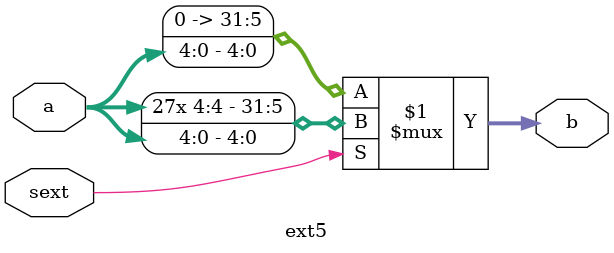
<source format=v>
`timescale 1ns / 1ps


module ext5#(parameter WIDTH = 5)(
    input [WIDTH - 1:0] a, 
    input sext,     //sext ÓÐÐ§Îª·ûºÅÀ©Õ¹£¬·ñÔò 0 À©Õ¹
    output [31:0] b //32 Î»Êä³öÊý¾Ý£¬
);
assign b=sext?{{(32-WIDTH){a[WIDTH-1]}},a}:{{(32-WIDTH){1'b0}},a};
endmodule

</source>
